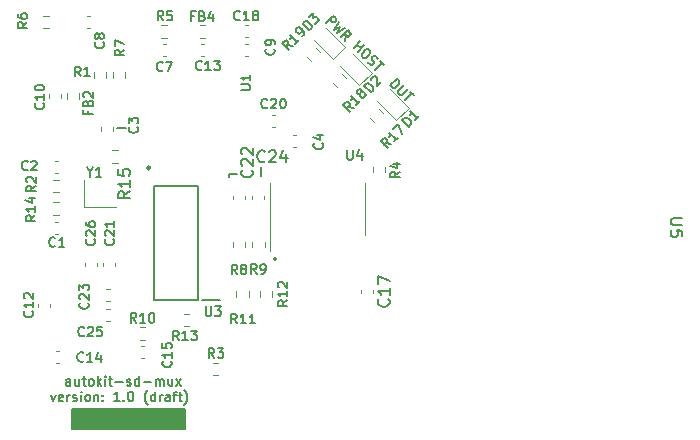
<source format=gbr>
%TF.GenerationSoftware,KiCad,Pcbnew,6.0.5-a6ca702e91~116~ubuntu20.04.1*%
%TF.CreationDate,2022-07-26T15:57:37+01:00*%
%TF.ProjectId,sd-mux,73642d6d-7578-42e6-9b69-6361645f7063,rev?*%
%TF.SameCoordinates,Original*%
%TF.FileFunction,Legend,Top*%
%TF.FilePolarity,Positive*%
%FSLAX46Y46*%
G04 Gerber Fmt 4.6, Leading zero omitted, Abs format (unit mm)*
G04 Created by KiCad (PCBNEW 6.0.5-a6ca702e91~116~ubuntu20.04.1) date 2022-07-26 15:57:37*
%MOMM*%
%LPD*%
G01*
G04 APERTURE LIST*
%ADD10C,0.150000*%
%ADD11C,0.120000*%
%ADD12C,0.200000*%
%ADD13C,0.250000*%
G04 APERTURE END LIST*
D10*
X192675000Y-100700000D02*
X193325000Y-100700000D01*
X192675000Y-100950000D02*
X192675000Y-100700000D01*
X195400000Y-100900000D02*
X195400000Y-100075000D01*
X183175000Y-96775000D02*
X183900000Y-96775000D01*
X200902220Y-87870428D02*
X201474977Y-87297672D01*
X201693169Y-87515865D01*
X201720444Y-87597687D01*
X201720444Y-87652235D01*
X201693169Y-87734058D01*
X201611347Y-87815880D01*
X201529525Y-87843154D01*
X201474977Y-87843154D01*
X201393154Y-87815880D01*
X201174961Y-87597687D01*
X201993185Y-87815880D02*
X201556799Y-88525007D01*
X202075007Y-88224992D01*
X201774992Y-88743200D01*
X202484119Y-88306814D01*
X202456845Y-89425053D02*
X202538667Y-88961393D01*
X202129555Y-89097764D02*
X202702312Y-88525007D01*
X202920505Y-88743200D01*
X202947779Y-88825022D01*
X202947779Y-88879571D01*
X202920505Y-88961393D01*
X202838682Y-89043215D01*
X202756860Y-89070490D01*
X202702312Y-89070490D01*
X202620490Y-89043215D01*
X202402297Y-88825022D01*
X203211301Y-90029509D02*
X203784058Y-89456753D01*
X203511317Y-89729494D02*
X203838606Y-90056784D01*
X203538591Y-90356799D02*
X204111347Y-89784042D01*
X204493185Y-90165880D02*
X204602281Y-90274977D01*
X204629555Y-90356799D01*
X204629555Y-90465895D01*
X204547733Y-90602266D01*
X204356814Y-90793185D01*
X204220444Y-90875007D01*
X204111347Y-90875007D01*
X204029525Y-90847733D01*
X203920428Y-90738637D01*
X203893154Y-90656814D01*
X203893154Y-90547718D01*
X203974977Y-90411347D01*
X204165895Y-90220428D01*
X204302266Y-90138606D01*
X204411362Y-90138606D01*
X204493185Y-90165880D01*
X204411362Y-91175022D02*
X204465911Y-91284119D01*
X204602281Y-91420490D01*
X204684104Y-91447764D01*
X204738652Y-91447764D01*
X204820474Y-91420490D01*
X204875022Y-91365941D01*
X204902297Y-91284119D01*
X204902297Y-91229571D01*
X204875022Y-91147748D01*
X204793200Y-91011378D01*
X204765926Y-90929555D01*
X204765926Y-90875007D01*
X204793200Y-90793185D01*
X204847748Y-90738637D01*
X204929571Y-90711362D01*
X204984119Y-90711362D01*
X205065941Y-90738637D01*
X205202312Y-90875007D01*
X205256860Y-90984104D01*
X205447779Y-91120474D02*
X205775068Y-91447764D01*
X205038667Y-91856875D02*
X205611424Y-91284119D01*
X206322679Y-93190888D02*
X206895436Y-92618131D01*
X207031807Y-92754502D01*
X207086355Y-92863598D01*
X207086355Y-92972695D01*
X207059081Y-93054517D01*
X206977258Y-93190888D01*
X206895436Y-93272710D01*
X206759065Y-93354532D01*
X206677243Y-93381807D01*
X206568147Y-93381807D01*
X206459050Y-93327258D01*
X206322679Y-93190888D01*
X207468192Y-93190888D02*
X207004532Y-93654548D01*
X206977258Y-93736370D01*
X206977258Y-93790918D01*
X207004532Y-93872741D01*
X207113629Y-93981837D01*
X207195451Y-94009111D01*
X207250000Y-94009111D01*
X207331822Y-93981837D01*
X207795482Y-93518177D01*
X207986401Y-93709096D02*
X208313690Y-94036385D01*
X207577289Y-94445497D02*
X208150045Y-93872741D01*
X188900000Y-122250000D02*
X179400000Y-122250000D01*
X179400000Y-122250000D02*
X179400000Y-120600000D01*
X179400000Y-120600000D02*
X188900000Y-120600000D01*
X188900000Y-120600000D02*
X188900000Y-122250000D01*
G36*
X188900000Y-122250000D02*
G01*
X179400000Y-122250000D01*
X179400000Y-120600000D01*
X188900000Y-120600000D01*
X188900000Y-122250000D01*
G37*
X179225714Y-118614378D02*
X179225714Y-118190092D01*
X179187142Y-118112950D01*
X179110000Y-118074378D01*
X178955714Y-118074378D01*
X178878571Y-118112950D01*
X179225714Y-118575807D02*
X179148571Y-118614378D01*
X178955714Y-118614378D01*
X178878571Y-118575807D01*
X178840000Y-118498664D01*
X178840000Y-118421521D01*
X178878571Y-118344378D01*
X178955714Y-118305807D01*
X179148571Y-118305807D01*
X179225714Y-118267235D01*
X179958571Y-118074378D02*
X179958571Y-118614378D01*
X179611428Y-118074378D02*
X179611428Y-118498664D01*
X179650000Y-118575807D01*
X179727142Y-118614378D01*
X179842857Y-118614378D01*
X179920000Y-118575807D01*
X179958571Y-118537235D01*
X180228571Y-118074378D02*
X180537142Y-118074378D01*
X180344285Y-117804378D02*
X180344285Y-118498664D01*
X180382857Y-118575807D01*
X180460000Y-118614378D01*
X180537142Y-118614378D01*
X180922857Y-118614378D02*
X180845714Y-118575807D01*
X180807142Y-118537235D01*
X180768571Y-118460092D01*
X180768571Y-118228664D01*
X180807142Y-118151521D01*
X180845714Y-118112950D01*
X180922857Y-118074378D01*
X181038571Y-118074378D01*
X181115714Y-118112950D01*
X181154285Y-118151521D01*
X181192857Y-118228664D01*
X181192857Y-118460092D01*
X181154285Y-118537235D01*
X181115714Y-118575807D01*
X181038571Y-118614378D01*
X180922857Y-118614378D01*
X181540000Y-118614378D02*
X181540000Y-117804378D01*
X181617142Y-118305807D02*
X181848571Y-118614378D01*
X181848571Y-118074378D02*
X181540000Y-118382950D01*
X182195714Y-118614378D02*
X182195714Y-118074378D01*
X182195714Y-117804378D02*
X182157142Y-117842950D01*
X182195714Y-117881521D01*
X182234285Y-117842950D01*
X182195714Y-117804378D01*
X182195714Y-117881521D01*
X182465714Y-118074378D02*
X182774285Y-118074378D01*
X182581428Y-117804378D02*
X182581428Y-118498664D01*
X182620000Y-118575807D01*
X182697142Y-118614378D01*
X182774285Y-118614378D01*
X183044285Y-118305807D02*
X183661428Y-118305807D01*
X184008571Y-118575807D02*
X184085714Y-118614378D01*
X184240000Y-118614378D01*
X184317142Y-118575807D01*
X184355714Y-118498664D01*
X184355714Y-118460092D01*
X184317142Y-118382950D01*
X184240000Y-118344378D01*
X184124285Y-118344378D01*
X184047142Y-118305807D01*
X184008571Y-118228664D01*
X184008571Y-118190092D01*
X184047142Y-118112950D01*
X184124285Y-118074378D01*
X184240000Y-118074378D01*
X184317142Y-118112950D01*
X185050000Y-118614378D02*
X185050000Y-117804378D01*
X185050000Y-118575807D02*
X184972857Y-118614378D01*
X184818571Y-118614378D01*
X184741428Y-118575807D01*
X184702857Y-118537235D01*
X184664285Y-118460092D01*
X184664285Y-118228664D01*
X184702857Y-118151521D01*
X184741428Y-118112950D01*
X184818571Y-118074378D01*
X184972857Y-118074378D01*
X185050000Y-118112950D01*
X185435714Y-118305807D02*
X186052857Y-118305807D01*
X186438571Y-118614378D02*
X186438571Y-118074378D01*
X186438571Y-118151521D02*
X186477142Y-118112950D01*
X186554285Y-118074378D01*
X186670000Y-118074378D01*
X186747142Y-118112950D01*
X186785714Y-118190092D01*
X186785714Y-118614378D01*
X186785714Y-118190092D02*
X186824285Y-118112950D01*
X186901428Y-118074378D01*
X187017142Y-118074378D01*
X187094285Y-118112950D01*
X187132857Y-118190092D01*
X187132857Y-118614378D01*
X187865714Y-118074378D02*
X187865714Y-118614378D01*
X187518571Y-118074378D02*
X187518571Y-118498664D01*
X187557142Y-118575807D01*
X187634285Y-118614378D01*
X187750000Y-118614378D01*
X187827142Y-118575807D01*
X187865714Y-118537235D01*
X188174285Y-118614378D02*
X188598571Y-118074378D01*
X188174285Y-118074378D02*
X188598571Y-118614378D01*
X177586428Y-119378478D02*
X177779285Y-119918478D01*
X177972142Y-119378478D01*
X178589285Y-119879907D02*
X178512142Y-119918478D01*
X178357857Y-119918478D01*
X178280714Y-119879907D01*
X178242142Y-119802764D01*
X178242142Y-119494192D01*
X178280714Y-119417050D01*
X178357857Y-119378478D01*
X178512142Y-119378478D01*
X178589285Y-119417050D01*
X178627857Y-119494192D01*
X178627857Y-119571335D01*
X178242142Y-119648478D01*
X178975000Y-119918478D02*
X178975000Y-119378478D01*
X178975000Y-119532764D02*
X179013571Y-119455621D01*
X179052142Y-119417050D01*
X179129285Y-119378478D01*
X179206428Y-119378478D01*
X179437857Y-119879907D02*
X179515000Y-119918478D01*
X179669285Y-119918478D01*
X179746428Y-119879907D01*
X179785000Y-119802764D01*
X179785000Y-119764192D01*
X179746428Y-119687050D01*
X179669285Y-119648478D01*
X179553571Y-119648478D01*
X179476428Y-119609907D01*
X179437857Y-119532764D01*
X179437857Y-119494192D01*
X179476428Y-119417050D01*
X179553571Y-119378478D01*
X179669285Y-119378478D01*
X179746428Y-119417050D01*
X180132142Y-119918478D02*
X180132142Y-119378478D01*
X180132142Y-119108478D02*
X180093571Y-119147050D01*
X180132142Y-119185621D01*
X180170714Y-119147050D01*
X180132142Y-119108478D01*
X180132142Y-119185621D01*
X180633571Y-119918478D02*
X180556428Y-119879907D01*
X180517857Y-119841335D01*
X180479285Y-119764192D01*
X180479285Y-119532764D01*
X180517857Y-119455621D01*
X180556428Y-119417050D01*
X180633571Y-119378478D01*
X180749285Y-119378478D01*
X180826428Y-119417050D01*
X180865000Y-119455621D01*
X180903571Y-119532764D01*
X180903571Y-119764192D01*
X180865000Y-119841335D01*
X180826428Y-119879907D01*
X180749285Y-119918478D01*
X180633571Y-119918478D01*
X181250714Y-119378478D02*
X181250714Y-119918478D01*
X181250714Y-119455621D02*
X181289285Y-119417050D01*
X181366428Y-119378478D01*
X181482142Y-119378478D01*
X181559285Y-119417050D01*
X181597857Y-119494192D01*
X181597857Y-119918478D01*
X181983571Y-119841335D02*
X182022142Y-119879907D01*
X181983571Y-119918478D01*
X181945000Y-119879907D01*
X181983571Y-119841335D01*
X181983571Y-119918478D01*
X181983571Y-119417050D02*
X182022142Y-119455621D01*
X181983571Y-119494192D01*
X181945000Y-119455621D01*
X181983571Y-119417050D01*
X181983571Y-119494192D01*
X183410714Y-119918478D02*
X182947857Y-119918478D01*
X183179285Y-119918478D02*
X183179285Y-119108478D01*
X183102142Y-119224192D01*
X183025000Y-119301335D01*
X182947857Y-119339907D01*
X183757857Y-119841335D02*
X183796428Y-119879907D01*
X183757857Y-119918478D01*
X183719285Y-119879907D01*
X183757857Y-119841335D01*
X183757857Y-119918478D01*
X184297857Y-119108478D02*
X184375000Y-119108478D01*
X184452142Y-119147050D01*
X184490714Y-119185621D01*
X184529285Y-119262764D01*
X184567857Y-119417050D01*
X184567857Y-119609907D01*
X184529285Y-119764192D01*
X184490714Y-119841335D01*
X184452142Y-119879907D01*
X184375000Y-119918478D01*
X184297857Y-119918478D01*
X184220714Y-119879907D01*
X184182142Y-119841335D01*
X184143571Y-119764192D01*
X184105000Y-119609907D01*
X184105000Y-119417050D01*
X184143571Y-119262764D01*
X184182142Y-119185621D01*
X184220714Y-119147050D01*
X184297857Y-119108478D01*
X185763571Y-120227050D02*
X185725000Y-120188478D01*
X185647857Y-120072764D01*
X185609285Y-119995621D01*
X185570714Y-119879907D01*
X185532142Y-119687050D01*
X185532142Y-119532764D01*
X185570714Y-119339907D01*
X185609285Y-119224192D01*
X185647857Y-119147050D01*
X185725000Y-119031335D01*
X185763571Y-118992764D01*
X186419285Y-119918478D02*
X186419285Y-119108478D01*
X186419285Y-119879907D02*
X186342142Y-119918478D01*
X186187857Y-119918478D01*
X186110714Y-119879907D01*
X186072142Y-119841335D01*
X186033571Y-119764192D01*
X186033571Y-119532764D01*
X186072142Y-119455621D01*
X186110714Y-119417050D01*
X186187857Y-119378478D01*
X186342142Y-119378478D01*
X186419285Y-119417050D01*
X186805000Y-119918478D02*
X186805000Y-119378478D01*
X186805000Y-119532764D02*
X186843571Y-119455621D01*
X186882142Y-119417050D01*
X186959285Y-119378478D01*
X187036428Y-119378478D01*
X187653571Y-119918478D02*
X187653571Y-119494192D01*
X187615000Y-119417050D01*
X187537857Y-119378478D01*
X187383571Y-119378478D01*
X187306428Y-119417050D01*
X187653571Y-119879907D02*
X187576428Y-119918478D01*
X187383571Y-119918478D01*
X187306428Y-119879907D01*
X187267857Y-119802764D01*
X187267857Y-119725621D01*
X187306428Y-119648478D01*
X187383571Y-119609907D01*
X187576428Y-119609907D01*
X187653571Y-119571335D01*
X187923571Y-119378478D02*
X188232142Y-119378478D01*
X188039285Y-119918478D02*
X188039285Y-119224192D01*
X188077857Y-119147050D01*
X188155000Y-119108478D01*
X188232142Y-119108478D01*
X188386428Y-119378478D02*
X188695000Y-119378478D01*
X188502142Y-119108478D02*
X188502142Y-119802764D01*
X188540714Y-119879907D01*
X188617857Y-119918478D01*
X188695000Y-119918478D01*
X188887857Y-120227050D02*
X188926428Y-120188478D01*
X189003571Y-120072764D01*
X189042142Y-119995621D01*
X189080714Y-119879907D01*
X189119285Y-119687050D01*
X189119285Y-119532764D01*
X189080714Y-119339907D01*
X189042142Y-119224192D01*
X189003571Y-119147050D01*
X188926428Y-119031335D01*
X188887857Y-118992764D01*
%TO.C,Y1*%
X180889285Y-100530714D02*
X180889285Y-100916428D01*
X180619285Y-100106428D02*
X180889285Y-100530714D01*
X181159285Y-100106428D01*
X181853571Y-100916428D02*
X181390714Y-100916428D01*
X181622142Y-100916428D02*
X181622142Y-100106428D01*
X181545000Y-100222142D01*
X181467857Y-100299285D01*
X181390714Y-100337857D01*
%TO.C,D1*%
X207886355Y-96681852D02*
X207313598Y-96109096D01*
X207449969Y-95972725D01*
X207559065Y-95918177D01*
X207668162Y-95918177D01*
X207749984Y-95945451D01*
X207886355Y-96027274D01*
X207968177Y-96109096D01*
X208050000Y-96245467D01*
X208077274Y-96327289D01*
X208077274Y-96436385D01*
X208022725Y-96545482D01*
X207886355Y-96681852D01*
X208759127Y-95809081D02*
X208431837Y-96136370D01*
X208595482Y-95972725D02*
X208022725Y-95399969D01*
X208050000Y-95536339D01*
X208050000Y-95645436D01*
X208022725Y-95727258D01*
%TO.C,D2*%
X204686355Y-93781852D02*
X204113598Y-93209096D01*
X204249969Y-93072725D01*
X204359065Y-93018177D01*
X204468162Y-93018177D01*
X204549984Y-93045451D01*
X204686355Y-93127274D01*
X204768177Y-93209096D01*
X204850000Y-93345467D01*
X204877274Y-93427289D01*
X204877274Y-93536385D01*
X204822725Y-93645482D01*
X204686355Y-93781852D01*
X204713629Y-92718162D02*
X204713629Y-92663614D01*
X204740903Y-92581791D01*
X204877274Y-92445421D01*
X204959096Y-92418147D01*
X205013644Y-92418147D01*
X205095467Y-92445421D01*
X205150015Y-92499969D01*
X205204563Y-92609065D01*
X205204563Y-93263644D01*
X205559127Y-92909081D01*
%TO.C,D3*%
X199461355Y-88527734D02*
X198888598Y-87954978D01*
X199024969Y-87818607D01*
X199134065Y-87764059D01*
X199243162Y-87764059D01*
X199324984Y-87791333D01*
X199461355Y-87873156D01*
X199543177Y-87954978D01*
X199625000Y-88091349D01*
X199652274Y-88173171D01*
X199652274Y-88282267D01*
X199597725Y-88391364D01*
X199461355Y-88527734D01*
X199406807Y-87436770D02*
X199761370Y-87082206D01*
X199788644Y-87491318D01*
X199870467Y-87409496D01*
X199952289Y-87382221D01*
X200006837Y-87382221D01*
X200088660Y-87409496D01*
X200225030Y-87545866D01*
X200252304Y-87627689D01*
X200252304Y-87682237D01*
X200225030Y-87764059D01*
X200061385Y-87927704D01*
X199979563Y-87954978D01*
X199925015Y-87954978D01*
%TO.C,R4*%
X207116428Y-100510000D02*
X206730714Y-100780000D01*
X207116428Y-100972857D02*
X206306428Y-100972857D01*
X206306428Y-100664285D01*
X206345000Y-100587142D01*
X206383571Y-100548571D01*
X206460714Y-100510000D01*
X206576428Y-100510000D01*
X206653571Y-100548571D01*
X206692142Y-100587142D01*
X206730714Y-100664285D01*
X206730714Y-100972857D01*
X206576428Y-99815714D02*
X207116428Y-99815714D01*
X206267857Y-100008571D02*
X206846428Y-100201428D01*
X206846428Y-99700000D01*
%TO.C,R11*%
X193329285Y-113341428D02*
X193059285Y-112955714D01*
X192866428Y-113341428D02*
X192866428Y-112531428D01*
X193175000Y-112531428D01*
X193252142Y-112570000D01*
X193290714Y-112608571D01*
X193329285Y-112685714D01*
X193329285Y-112801428D01*
X193290714Y-112878571D01*
X193252142Y-112917142D01*
X193175000Y-112955714D01*
X192866428Y-112955714D01*
X194100714Y-113341428D02*
X193637857Y-113341428D01*
X193869285Y-113341428D02*
X193869285Y-112531428D01*
X193792142Y-112647142D01*
X193715000Y-112724285D01*
X193637857Y-112762857D01*
X194872142Y-113341428D02*
X194409285Y-113341428D01*
X194640714Y-113341428D02*
X194640714Y-112531428D01*
X194563571Y-112647142D01*
X194486428Y-112724285D01*
X194409285Y-112762857D01*
%TO.C,R13*%
X188404285Y-114766428D02*
X188134285Y-114380714D01*
X187941428Y-114766428D02*
X187941428Y-113956428D01*
X188250000Y-113956428D01*
X188327142Y-113995000D01*
X188365714Y-114033571D01*
X188404285Y-114110714D01*
X188404285Y-114226428D01*
X188365714Y-114303571D01*
X188327142Y-114342142D01*
X188250000Y-114380714D01*
X187941428Y-114380714D01*
X189175714Y-114766428D02*
X188712857Y-114766428D01*
X188944285Y-114766428D02*
X188944285Y-113956428D01*
X188867142Y-114072142D01*
X188790000Y-114149285D01*
X188712857Y-114187857D01*
X189445714Y-113956428D02*
X189947142Y-113956428D01*
X189677142Y-114265000D01*
X189792857Y-114265000D01*
X189870000Y-114303571D01*
X189908571Y-114342142D01*
X189947142Y-114419285D01*
X189947142Y-114612142D01*
X189908571Y-114689285D01*
X189870000Y-114727857D01*
X189792857Y-114766428D01*
X189561428Y-114766428D01*
X189484285Y-114727857D01*
X189445714Y-114689285D01*
%TO.C,R12*%
X197596428Y-111370714D02*
X197210714Y-111640714D01*
X197596428Y-111833571D02*
X196786428Y-111833571D01*
X196786428Y-111525000D01*
X196825000Y-111447857D01*
X196863571Y-111409285D01*
X196940714Y-111370714D01*
X197056428Y-111370714D01*
X197133571Y-111409285D01*
X197172142Y-111447857D01*
X197210714Y-111525000D01*
X197210714Y-111833571D01*
X197596428Y-110599285D02*
X197596428Y-111062142D01*
X197596428Y-110830714D02*
X196786428Y-110830714D01*
X196902142Y-110907857D01*
X196979285Y-110985000D01*
X197017857Y-111062142D01*
X196863571Y-110290714D02*
X196825000Y-110252142D01*
X196786428Y-110175000D01*
X196786428Y-109982142D01*
X196825000Y-109905000D01*
X196863571Y-109866428D01*
X196940714Y-109827857D01*
X197017857Y-109827857D01*
X197133571Y-109866428D01*
X197596428Y-110329285D01*
X197596428Y-109827857D01*
%TO.C,R14*%
X176266428Y-104195714D02*
X175880714Y-104465714D01*
X176266428Y-104658571D02*
X175456428Y-104658571D01*
X175456428Y-104350000D01*
X175495000Y-104272857D01*
X175533571Y-104234285D01*
X175610714Y-104195714D01*
X175726428Y-104195714D01*
X175803571Y-104234285D01*
X175842142Y-104272857D01*
X175880714Y-104350000D01*
X175880714Y-104658571D01*
X176266428Y-103424285D02*
X176266428Y-103887142D01*
X176266428Y-103655714D02*
X175456428Y-103655714D01*
X175572142Y-103732857D01*
X175649285Y-103810000D01*
X175687857Y-103887142D01*
X175726428Y-102730000D02*
X176266428Y-102730000D01*
X175417857Y-102922857D02*
X175996428Y-103115714D01*
X175996428Y-102614285D01*
%TO.C,R19*%
X198046880Y-89866123D02*
X197583220Y-89784301D01*
X197719591Y-90193413D02*
X197146834Y-89620656D01*
X197365027Y-89402463D01*
X197446849Y-89375189D01*
X197501398Y-89375189D01*
X197583220Y-89402463D01*
X197665042Y-89484286D01*
X197692316Y-89566108D01*
X197692316Y-89620656D01*
X197665042Y-89702479D01*
X197446849Y-89920671D01*
X198592362Y-89320641D02*
X198265073Y-89647930D01*
X198428718Y-89484286D02*
X197855961Y-88911529D01*
X197883235Y-89047900D01*
X197883235Y-89156996D01*
X197855961Y-89238819D01*
X198865104Y-89047900D02*
X198974200Y-88938803D01*
X199001474Y-88856981D01*
X199001474Y-88802433D01*
X198974200Y-88666062D01*
X198892378Y-88529691D01*
X198674185Y-88311498D01*
X198592362Y-88284224D01*
X198537814Y-88284224D01*
X198455992Y-88311498D01*
X198346895Y-88420595D01*
X198319621Y-88502417D01*
X198319621Y-88556966D01*
X198346895Y-88638788D01*
X198483266Y-88775158D01*
X198565088Y-88802433D01*
X198619637Y-88802433D01*
X198701459Y-88775158D01*
X198810555Y-88666062D01*
X198837829Y-88584240D01*
X198837829Y-88529691D01*
X198810555Y-88447869D01*
%TO.C,R5*%
X187090000Y-87691428D02*
X186820000Y-87305714D01*
X186627142Y-87691428D02*
X186627142Y-86881428D01*
X186935714Y-86881428D01*
X187012857Y-86920000D01*
X187051428Y-86958571D01*
X187090000Y-87035714D01*
X187090000Y-87151428D01*
X187051428Y-87228571D01*
X187012857Y-87267142D01*
X186935714Y-87305714D01*
X186627142Y-87305714D01*
X187822857Y-86881428D02*
X187437142Y-86881428D01*
X187398571Y-87267142D01*
X187437142Y-87228571D01*
X187514285Y-87190000D01*
X187707142Y-87190000D01*
X187784285Y-87228571D01*
X187822857Y-87267142D01*
X187861428Y-87344285D01*
X187861428Y-87537142D01*
X187822857Y-87614285D01*
X187784285Y-87652857D01*
X187707142Y-87691428D01*
X187514285Y-87691428D01*
X187437142Y-87652857D01*
X187398571Y-87614285D01*
%TO.C,R6*%
X175566428Y-87860000D02*
X175180714Y-88130000D01*
X175566428Y-88322857D02*
X174756428Y-88322857D01*
X174756428Y-88014285D01*
X174795000Y-87937142D01*
X174833571Y-87898571D01*
X174910714Y-87860000D01*
X175026428Y-87860000D01*
X175103571Y-87898571D01*
X175142142Y-87937142D01*
X175180714Y-88014285D01*
X175180714Y-88322857D01*
X174756428Y-87165714D02*
X174756428Y-87320000D01*
X174795000Y-87397142D01*
X174833571Y-87435714D01*
X174949285Y-87512857D01*
X175103571Y-87551428D01*
X175412142Y-87551428D01*
X175489285Y-87512857D01*
X175527857Y-87474285D01*
X175566428Y-87397142D01*
X175566428Y-87242857D01*
X175527857Y-87165714D01*
X175489285Y-87127142D01*
X175412142Y-87088571D01*
X175219285Y-87088571D01*
X175142142Y-87127142D01*
X175103571Y-87165714D01*
X175065000Y-87242857D01*
X175065000Y-87397142D01*
X175103571Y-87474285D01*
X175142142Y-87512857D01*
X175219285Y-87551428D01*
%TO.C,R17*%
X206415903Y-98152304D02*
X205952243Y-98070482D01*
X206088614Y-98479594D02*
X205515857Y-97906837D01*
X205734050Y-97688644D01*
X205815872Y-97661370D01*
X205870421Y-97661370D01*
X205952243Y-97688644D01*
X206034065Y-97770467D01*
X206061339Y-97852289D01*
X206061339Y-97906837D01*
X206034065Y-97988660D01*
X205815872Y-98206852D01*
X206961385Y-97606822D02*
X206634096Y-97934111D01*
X206797741Y-97770467D02*
X206224984Y-97197710D01*
X206252258Y-97334081D01*
X206252258Y-97443177D01*
X206224984Y-97525000D01*
X206579548Y-96843147D02*
X206961385Y-96461309D01*
X207288675Y-97279532D01*
%TO.C,R3*%
X191415000Y-116241428D02*
X191145000Y-115855714D01*
X190952142Y-116241428D02*
X190952142Y-115431428D01*
X191260714Y-115431428D01*
X191337857Y-115470000D01*
X191376428Y-115508571D01*
X191415000Y-115585714D01*
X191415000Y-115701428D01*
X191376428Y-115778571D01*
X191337857Y-115817142D01*
X191260714Y-115855714D01*
X190952142Y-115855714D01*
X191685000Y-115431428D02*
X192186428Y-115431428D01*
X191916428Y-115740000D01*
X192032142Y-115740000D01*
X192109285Y-115778571D01*
X192147857Y-115817142D01*
X192186428Y-115894285D01*
X192186428Y-116087142D01*
X192147857Y-116164285D01*
X192109285Y-116202857D01*
X192032142Y-116241428D01*
X191800714Y-116241428D01*
X191723571Y-116202857D01*
X191685000Y-116164285D01*
%TO.C,R15*%
X184277380Y-102167857D02*
X183801190Y-102501190D01*
X184277380Y-102739285D02*
X183277380Y-102739285D01*
X183277380Y-102358333D01*
X183325000Y-102263095D01*
X183372619Y-102215476D01*
X183467857Y-102167857D01*
X183610714Y-102167857D01*
X183705952Y-102215476D01*
X183753571Y-102263095D01*
X183801190Y-102358333D01*
X183801190Y-102739285D01*
X184277380Y-101215476D02*
X184277380Y-101786904D01*
X184277380Y-101501190D02*
X183277380Y-101501190D01*
X183420238Y-101596428D01*
X183515476Y-101691666D01*
X183563095Y-101786904D01*
X183277380Y-100310714D02*
X183277380Y-100786904D01*
X183753571Y-100834523D01*
X183705952Y-100786904D01*
X183658333Y-100691666D01*
X183658333Y-100453571D01*
X183705952Y-100358333D01*
X183753571Y-100310714D01*
X183848809Y-100263095D01*
X184086904Y-100263095D01*
X184182142Y-100310714D01*
X184229761Y-100358333D01*
X184277380Y-100453571D01*
X184277380Y-100691666D01*
X184229761Y-100786904D01*
X184182142Y-100834523D01*
%TO.C,R7*%
X183791428Y-90160000D02*
X183405714Y-90430000D01*
X183791428Y-90622857D02*
X182981428Y-90622857D01*
X182981428Y-90314285D01*
X183020000Y-90237142D01*
X183058571Y-90198571D01*
X183135714Y-90160000D01*
X183251428Y-90160000D01*
X183328571Y-90198571D01*
X183367142Y-90237142D01*
X183405714Y-90314285D01*
X183405714Y-90622857D01*
X182981428Y-89890000D02*
X182981428Y-89350000D01*
X183791428Y-89697142D01*
%TO.C,FB2*%
X180717142Y-95375000D02*
X180717142Y-95645000D01*
X181141428Y-95645000D02*
X180331428Y-95645000D01*
X180331428Y-95259285D01*
X180717142Y-94680714D02*
X180755714Y-94565000D01*
X180794285Y-94526428D01*
X180871428Y-94487857D01*
X180987142Y-94487857D01*
X181064285Y-94526428D01*
X181102857Y-94565000D01*
X181141428Y-94642142D01*
X181141428Y-94950714D01*
X180331428Y-94950714D01*
X180331428Y-94680714D01*
X180370000Y-94603571D01*
X180408571Y-94565000D01*
X180485714Y-94526428D01*
X180562857Y-94526428D01*
X180640000Y-94565000D01*
X180678571Y-94603571D01*
X180717142Y-94680714D01*
X180717142Y-94950714D01*
X180408571Y-94179285D02*
X180370000Y-94140714D01*
X180331428Y-94063571D01*
X180331428Y-93870714D01*
X180370000Y-93793571D01*
X180408571Y-93755000D01*
X180485714Y-93716428D01*
X180562857Y-93716428D01*
X180678571Y-93755000D01*
X181141428Y-94217857D01*
X181141428Y-93716428D01*
%TO.C,FB4*%
X189725000Y-87292142D02*
X189455000Y-87292142D01*
X189455000Y-87716428D02*
X189455000Y-86906428D01*
X189840714Y-86906428D01*
X190419285Y-87292142D02*
X190535000Y-87330714D01*
X190573571Y-87369285D01*
X190612142Y-87446428D01*
X190612142Y-87562142D01*
X190573571Y-87639285D01*
X190535000Y-87677857D01*
X190457857Y-87716428D01*
X190149285Y-87716428D01*
X190149285Y-86906428D01*
X190419285Y-86906428D01*
X190496428Y-86945000D01*
X190535000Y-86983571D01*
X190573571Y-87060714D01*
X190573571Y-87137857D01*
X190535000Y-87215000D01*
X190496428Y-87253571D01*
X190419285Y-87292142D01*
X190149285Y-87292142D01*
X191306428Y-87176428D02*
X191306428Y-87716428D01*
X191113571Y-86867857D02*
X190920714Y-87446428D01*
X191422142Y-87446428D01*
%TO.C,R9*%
X194990000Y-109141428D02*
X194720000Y-108755714D01*
X194527142Y-109141428D02*
X194527142Y-108331428D01*
X194835714Y-108331428D01*
X194912857Y-108370000D01*
X194951428Y-108408571D01*
X194990000Y-108485714D01*
X194990000Y-108601428D01*
X194951428Y-108678571D01*
X194912857Y-108717142D01*
X194835714Y-108755714D01*
X194527142Y-108755714D01*
X195375714Y-109141428D02*
X195530000Y-109141428D01*
X195607142Y-109102857D01*
X195645714Y-109064285D01*
X195722857Y-108948571D01*
X195761428Y-108794285D01*
X195761428Y-108485714D01*
X195722857Y-108408571D01*
X195684285Y-108370000D01*
X195607142Y-108331428D01*
X195452857Y-108331428D01*
X195375714Y-108370000D01*
X195337142Y-108408571D01*
X195298571Y-108485714D01*
X195298571Y-108678571D01*
X195337142Y-108755714D01*
X195375714Y-108794285D01*
X195452857Y-108832857D01*
X195607142Y-108832857D01*
X195684285Y-108794285D01*
X195722857Y-108755714D01*
X195761428Y-108678571D01*
%TO.C,R8*%
X193340000Y-109166428D02*
X193070000Y-108780714D01*
X192877142Y-109166428D02*
X192877142Y-108356428D01*
X193185714Y-108356428D01*
X193262857Y-108395000D01*
X193301428Y-108433571D01*
X193340000Y-108510714D01*
X193340000Y-108626428D01*
X193301428Y-108703571D01*
X193262857Y-108742142D01*
X193185714Y-108780714D01*
X192877142Y-108780714D01*
X193802857Y-108703571D02*
X193725714Y-108665000D01*
X193687142Y-108626428D01*
X193648571Y-108549285D01*
X193648571Y-108510714D01*
X193687142Y-108433571D01*
X193725714Y-108395000D01*
X193802857Y-108356428D01*
X193957142Y-108356428D01*
X194034285Y-108395000D01*
X194072857Y-108433571D01*
X194111428Y-108510714D01*
X194111428Y-108549285D01*
X194072857Y-108626428D01*
X194034285Y-108665000D01*
X193957142Y-108703571D01*
X193802857Y-108703571D01*
X193725714Y-108742142D01*
X193687142Y-108780714D01*
X193648571Y-108857857D01*
X193648571Y-109012142D01*
X193687142Y-109089285D01*
X193725714Y-109127857D01*
X193802857Y-109166428D01*
X193957142Y-109166428D01*
X194034285Y-109127857D01*
X194072857Y-109089285D01*
X194111428Y-109012142D01*
X194111428Y-108857857D01*
X194072857Y-108780714D01*
X194034285Y-108742142D01*
X193957142Y-108703571D01*
%TO.C,R10*%
X184804285Y-113266428D02*
X184534285Y-112880714D01*
X184341428Y-113266428D02*
X184341428Y-112456428D01*
X184650000Y-112456428D01*
X184727142Y-112495000D01*
X184765714Y-112533571D01*
X184804285Y-112610714D01*
X184804285Y-112726428D01*
X184765714Y-112803571D01*
X184727142Y-112842142D01*
X184650000Y-112880714D01*
X184341428Y-112880714D01*
X185575714Y-113266428D02*
X185112857Y-113266428D01*
X185344285Y-113266428D02*
X185344285Y-112456428D01*
X185267142Y-112572142D01*
X185190000Y-112649285D01*
X185112857Y-112687857D01*
X186077142Y-112456428D02*
X186154285Y-112456428D01*
X186231428Y-112495000D01*
X186270000Y-112533571D01*
X186308571Y-112610714D01*
X186347142Y-112765000D01*
X186347142Y-112957857D01*
X186308571Y-113112142D01*
X186270000Y-113189285D01*
X186231428Y-113227857D01*
X186154285Y-113266428D01*
X186077142Y-113266428D01*
X186000000Y-113227857D01*
X185961428Y-113189285D01*
X185922857Y-113112142D01*
X185884285Y-112957857D01*
X185884285Y-112765000D01*
X185922857Y-112610714D01*
X185961428Y-112533571D01*
X186000000Y-112495000D01*
X186077142Y-112456428D01*
%TO.C,R2*%
X176316428Y-101685000D02*
X175930714Y-101955000D01*
X176316428Y-102147857D02*
X175506428Y-102147857D01*
X175506428Y-101839285D01*
X175545000Y-101762142D01*
X175583571Y-101723571D01*
X175660714Y-101685000D01*
X175776428Y-101685000D01*
X175853571Y-101723571D01*
X175892142Y-101762142D01*
X175930714Y-101839285D01*
X175930714Y-102147857D01*
X175583571Y-101376428D02*
X175545000Y-101337857D01*
X175506428Y-101260714D01*
X175506428Y-101067857D01*
X175545000Y-100990714D01*
X175583571Y-100952142D01*
X175660714Y-100913571D01*
X175737857Y-100913571D01*
X175853571Y-100952142D01*
X176316428Y-101415000D01*
X176316428Y-100913571D01*
%TO.C,R1*%
X180090000Y-92416428D02*
X179820000Y-92030714D01*
X179627142Y-92416428D02*
X179627142Y-91606428D01*
X179935714Y-91606428D01*
X180012857Y-91645000D01*
X180051428Y-91683571D01*
X180090000Y-91760714D01*
X180090000Y-91876428D01*
X180051428Y-91953571D01*
X180012857Y-91992142D01*
X179935714Y-92030714D01*
X179627142Y-92030714D01*
X180861428Y-92416428D02*
X180398571Y-92416428D01*
X180630000Y-92416428D02*
X180630000Y-91606428D01*
X180552857Y-91722142D01*
X180475714Y-91799285D01*
X180398571Y-91837857D01*
%TO.C,R18*%
X203215903Y-95077304D02*
X202752243Y-94995482D01*
X202888614Y-95404594D02*
X202315857Y-94831837D01*
X202534050Y-94613644D01*
X202615872Y-94586370D01*
X202670421Y-94586370D01*
X202752243Y-94613644D01*
X202834065Y-94695467D01*
X202861339Y-94777289D01*
X202861339Y-94831837D01*
X202834065Y-94913660D01*
X202615872Y-95131852D01*
X203761385Y-94531822D02*
X203434096Y-94859111D01*
X203597741Y-94695467D02*
X203024984Y-94122710D01*
X203052258Y-94259081D01*
X203052258Y-94368177D01*
X203024984Y-94450000D01*
X203761385Y-93877243D02*
X203679563Y-93904517D01*
X203625015Y-93904517D01*
X203543192Y-93877243D01*
X203515918Y-93849969D01*
X203488644Y-93768147D01*
X203488644Y-93713598D01*
X203515918Y-93631776D01*
X203625015Y-93522679D01*
X203706837Y-93495405D01*
X203761385Y-93495405D01*
X203843208Y-93522679D01*
X203870482Y-93549954D01*
X203897756Y-93631776D01*
X203897756Y-93686324D01*
X203870482Y-93768147D01*
X203761385Y-93877243D01*
X203734111Y-93959065D01*
X203734111Y-94013614D01*
X203761385Y-94095436D01*
X203870482Y-94204532D01*
X203952304Y-94231807D01*
X204006852Y-94231807D01*
X204088675Y-94204532D01*
X204197771Y-94095436D01*
X204225045Y-94013614D01*
X204225045Y-93959065D01*
X204197771Y-93877243D01*
X204088675Y-93768147D01*
X204006852Y-93740872D01*
X203952304Y-93740872D01*
X203870482Y-93768147D01*
%TO.C,C18*%
X193579285Y-87614285D02*
X193540714Y-87652857D01*
X193425000Y-87691428D01*
X193347857Y-87691428D01*
X193232142Y-87652857D01*
X193155000Y-87575714D01*
X193116428Y-87498571D01*
X193077857Y-87344285D01*
X193077857Y-87228571D01*
X193116428Y-87074285D01*
X193155000Y-86997142D01*
X193232142Y-86920000D01*
X193347857Y-86881428D01*
X193425000Y-86881428D01*
X193540714Y-86920000D01*
X193579285Y-86958571D01*
X194350714Y-87691428D02*
X193887857Y-87691428D01*
X194119285Y-87691428D02*
X194119285Y-86881428D01*
X194042142Y-86997142D01*
X193965000Y-87074285D01*
X193887857Y-87112857D01*
X194813571Y-87228571D02*
X194736428Y-87190000D01*
X194697857Y-87151428D01*
X194659285Y-87074285D01*
X194659285Y-87035714D01*
X194697857Y-86958571D01*
X194736428Y-86920000D01*
X194813571Y-86881428D01*
X194967857Y-86881428D01*
X195045000Y-86920000D01*
X195083571Y-86958571D01*
X195122142Y-87035714D01*
X195122142Y-87074285D01*
X195083571Y-87151428D01*
X195045000Y-87190000D01*
X194967857Y-87228571D01*
X194813571Y-87228571D01*
X194736428Y-87267142D01*
X194697857Y-87305714D01*
X194659285Y-87382857D01*
X194659285Y-87537142D01*
X194697857Y-87614285D01*
X194736428Y-87652857D01*
X194813571Y-87691428D01*
X194967857Y-87691428D01*
X195045000Y-87652857D01*
X195083571Y-87614285D01*
X195122142Y-87537142D01*
X195122142Y-87382857D01*
X195083571Y-87305714D01*
X195045000Y-87267142D01*
X194967857Y-87228571D01*
%TO.C,C4*%
X200539285Y-98085000D02*
X200577857Y-98123571D01*
X200616428Y-98239285D01*
X200616428Y-98316428D01*
X200577857Y-98432142D01*
X200500714Y-98509285D01*
X200423571Y-98547857D01*
X200269285Y-98586428D01*
X200153571Y-98586428D01*
X199999285Y-98547857D01*
X199922142Y-98509285D01*
X199845000Y-98432142D01*
X199806428Y-98316428D01*
X199806428Y-98239285D01*
X199845000Y-98123571D01*
X199883571Y-98085000D01*
X200076428Y-97390714D02*
X200616428Y-97390714D01*
X199767857Y-97583571D02*
X200346428Y-97776428D01*
X200346428Y-97275000D01*
%TO.C,C8*%
X182014285Y-89535000D02*
X182052857Y-89573571D01*
X182091428Y-89689285D01*
X182091428Y-89766428D01*
X182052857Y-89882142D01*
X181975714Y-89959285D01*
X181898571Y-89997857D01*
X181744285Y-90036428D01*
X181628571Y-90036428D01*
X181474285Y-89997857D01*
X181397142Y-89959285D01*
X181320000Y-89882142D01*
X181281428Y-89766428D01*
X181281428Y-89689285D01*
X181320000Y-89573571D01*
X181358571Y-89535000D01*
X181628571Y-89072142D02*
X181590000Y-89149285D01*
X181551428Y-89187857D01*
X181474285Y-89226428D01*
X181435714Y-89226428D01*
X181358571Y-89187857D01*
X181320000Y-89149285D01*
X181281428Y-89072142D01*
X181281428Y-88917857D01*
X181320000Y-88840714D01*
X181358571Y-88802142D01*
X181435714Y-88763571D01*
X181474285Y-88763571D01*
X181551428Y-88802142D01*
X181590000Y-88840714D01*
X181628571Y-88917857D01*
X181628571Y-89072142D01*
X181667142Y-89149285D01*
X181705714Y-89187857D01*
X181782857Y-89226428D01*
X181937142Y-89226428D01*
X182014285Y-89187857D01*
X182052857Y-89149285D01*
X182091428Y-89072142D01*
X182091428Y-88917857D01*
X182052857Y-88840714D01*
X182014285Y-88802142D01*
X181937142Y-88763571D01*
X181782857Y-88763571D01*
X181705714Y-88802142D01*
X181667142Y-88840714D01*
X181628571Y-88917857D01*
%TO.C,C20*%
X195904285Y-95059285D02*
X195865714Y-95097857D01*
X195750000Y-95136428D01*
X195672857Y-95136428D01*
X195557142Y-95097857D01*
X195480000Y-95020714D01*
X195441428Y-94943571D01*
X195402857Y-94789285D01*
X195402857Y-94673571D01*
X195441428Y-94519285D01*
X195480000Y-94442142D01*
X195557142Y-94365000D01*
X195672857Y-94326428D01*
X195750000Y-94326428D01*
X195865714Y-94365000D01*
X195904285Y-94403571D01*
X196212857Y-94403571D02*
X196251428Y-94365000D01*
X196328571Y-94326428D01*
X196521428Y-94326428D01*
X196598571Y-94365000D01*
X196637142Y-94403571D01*
X196675714Y-94480714D01*
X196675714Y-94557857D01*
X196637142Y-94673571D01*
X196174285Y-95136428D01*
X196675714Y-95136428D01*
X197177142Y-94326428D02*
X197254285Y-94326428D01*
X197331428Y-94365000D01*
X197370000Y-94403571D01*
X197408571Y-94480714D01*
X197447142Y-94635000D01*
X197447142Y-94827857D01*
X197408571Y-94982142D01*
X197370000Y-95059285D01*
X197331428Y-95097857D01*
X197254285Y-95136428D01*
X197177142Y-95136428D01*
X197100000Y-95097857D01*
X197061428Y-95059285D01*
X197022857Y-94982142D01*
X196984285Y-94827857D01*
X196984285Y-94635000D01*
X197022857Y-94480714D01*
X197061428Y-94403571D01*
X197100000Y-94365000D01*
X197177142Y-94326428D01*
%TO.C,C15*%
X187739285Y-116545714D02*
X187777857Y-116584285D01*
X187816428Y-116700000D01*
X187816428Y-116777142D01*
X187777857Y-116892857D01*
X187700714Y-116970000D01*
X187623571Y-117008571D01*
X187469285Y-117047142D01*
X187353571Y-117047142D01*
X187199285Y-117008571D01*
X187122142Y-116970000D01*
X187045000Y-116892857D01*
X187006428Y-116777142D01*
X187006428Y-116700000D01*
X187045000Y-116584285D01*
X187083571Y-116545714D01*
X187816428Y-115774285D02*
X187816428Y-116237142D01*
X187816428Y-116005714D02*
X187006428Y-116005714D01*
X187122142Y-116082857D01*
X187199285Y-116160000D01*
X187237857Y-116237142D01*
X187006428Y-115041428D02*
X187006428Y-115427142D01*
X187392142Y-115465714D01*
X187353571Y-115427142D01*
X187315000Y-115350000D01*
X187315000Y-115157142D01*
X187353571Y-115080000D01*
X187392142Y-115041428D01*
X187469285Y-115002857D01*
X187662142Y-115002857D01*
X187739285Y-115041428D01*
X187777857Y-115080000D01*
X187816428Y-115157142D01*
X187816428Y-115350000D01*
X187777857Y-115427142D01*
X187739285Y-115465714D01*
%TO.C,C14*%
X180329285Y-116514285D02*
X180290714Y-116552857D01*
X180175000Y-116591428D01*
X180097857Y-116591428D01*
X179982142Y-116552857D01*
X179905000Y-116475714D01*
X179866428Y-116398571D01*
X179827857Y-116244285D01*
X179827857Y-116128571D01*
X179866428Y-115974285D01*
X179905000Y-115897142D01*
X179982142Y-115820000D01*
X180097857Y-115781428D01*
X180175000Y-115781428D01*
X180290714Y-115820000D01*
X180329285Y-115858571D01*
X181100714Y-116591428D02*
X180637857Y-116591428D01*
X180869285Y-116591428D02*
X180869285Y-115781428D01*
X180792142Y-115897142D01*
X180715000Y-115974285D01*
X180637857Y-116012857D01*
X181795000Y-116051428D02*
X181795000Y-116591428D01*
X181602142Y-115742857D02*
X181409285Y-116321428D01*
X181910714Y-116321428D01*
%TO.C,C26*%
X181264285Y-106220714D02*
X181302857Y-106259285D01*
X181341428Y-106375000D01*
X181341428Y-106452142D01*
X181302857Y-106567857D01*
X181225714Y-106645000D01*
X181148571Y-106683571D01*
X180994285Y-106722142D01*
X180878571Y-106722142D01*
X180724285Y-106683571D01*
X180647142Y-106645000D01*
X180570000Y-106567857D01*
X180531428Y-106452142D01*
X180531428Y-106375000D01*
X180570000Y-106259285D01*
X180608571Y-106220714D01*
X180608571Y-105912142D02*
X180570000Y-105873571D01*
X180531428Y-105796428D01*
X180531428Y-105603571D01*
X180570000Y-105526428D01*
X180608571Y-105487857D01*
X180685714Y-105449285D01*
X180762857Y-105449285D01*
X180878571Y-105487857D01*
X181341428Y-105950714D01*
X181341428Y-105449285D01*
X180531428Y-104755000D02*
X180531428Y-104909285D01*
X180570000Y-104986428D01*
X180608571Y-105025000D01*
X180724285Y-105102142D01*
X180878571Y-105140714D01*
X181187142Y-105140714D01*
X181264285Y-105102142D01*
X181302857Y-105063571D01*
X181341428Y-104986428D01*
X181341428Y-104832142D01*
X181302857Y-104755000D01*
X181264285Y-104716428D01*
X181187142Y-104677857D01*
X180994285Y-104677857D01*
X180917142Y-104716428D01*
X180878571Y-104755000D01*
X180840000Y-104832142D01*
X180840000Y-104986428D01*
X180878571Y-105063571D01*
X180917142Y-105102142D01*
X180994285Y-105140714D01*
%TO.C,C3*%
X184889285Y-96685000D02*
X184927857Y-96723571D01*
X184966428Y-96839285D01*
X184966428Y-96916428D01*
X184927857Y-97032142D01*
X184850714Y-97109285D01*
X184773571Y-97147857D01*
X184619285Y-97186428D01*
X184503571Y-97186428D01*
X184349285Y-97147857D01*
X184272142Y-97109285D01*
X184195000Y-97032142D01*
X184156428Y-96916428D01*
X184156428Y-96839285D01*
X184195000Y-96723571D01*
X184233571Y-96685000D01*
X184156428Y-96415000D02*
X184156428Y-95913571D01*
X184465000Y-96183571D01*
X184465000Y-96067857D01*
X184503571Y-95990714D01*
X184542142Y-95952142D01*
X184619285Y-95913571D01*
X184812142Y-95913571D01*
X184889285Y-95952142D01*
X184927857Y-95990714D01*
X184966428Y-96067857D01*
X184966428Y-96299285D01*
X184927857Y-96376428D01*
X184889285Y-96415000D01*
%TO.C,C1*%
X177940000Y-106789285D02*
X177901428Y-106827857D01*
X177785714Y-106866428D01*
X177708571Y-106866428D01*
X177592857Y-106827857D01*
X177515714Y-106750714D01*
X177477142Y-106673571D01*
X177438571Y-106519285D01*
X177438571Y-106403571D01*
X177477142Y-106249285D01*
X177515714Y-106172142D01*
X177592857Y-106095000D01*
X177708571Y-106056428D01*
X177785714Y-106056428D01*
X177901428Y-106095000D01*
X177940000Y-106133571D01*
X178711428Y-106866428D02*
X178248571Y-106866428D01*
X178480000Y-106866428D02*
X178480000Y-106056428D01*
X178402857Y-106172142D01*
X178325714Y-106249285D01*
X178248571Y-106287857D01*
%TO.C,C9*%
X196464285Y-90085000D02*
X196502857Y-90123571D01*
X196541428Y-90239285D01*
X196541428Y-90316428D01*
X196502857Y-90432142D01*
X196425714Y-90509285D01*
X196348571Y-90547857D01*
X196194285Y-90586428D01*
X196078571Y-90586428D01*
X195924285Y-90547857D01*
X195847142Y-90509285D01*
X195770000Y-90432142D01*
X195731428Y-90316428D01*
X195731428Y-90239285D01*
X195770000Y-90123571D01*
X195808571Y-90085000D01*
X196541428Y-89699285D02*
X196541428Y-89545000D01*
X196502857Y-89467857D01*
X196464285Y-89429285D01*
X196348571Y-89352142D01*
X196194285Y-89313571D01*
X195885714Y-89313571D01*
X195808571Y-89352142D01*
X195770000Y-89390714D01*
X195731428Y-89467857D01*
X195731428Y-89622142D01*
X195770000Y-89699285D01*
X195808571Y-89737857D01*
X195885714Y-89776428D01*
X196078571Y-89776428D01*
X196155714Y-89737857D01*
X196194285Y-89699285D01*
X196232857Y-89622142D01*
X196232857Y-89467857D01*
X196194285Y-89390714D01*
X196155714Y-89352142D01*
X196078571Y-89313571D01*
%TO.C,C23*%
X180714285Y-111595714D02*
X180752857Y-111634285D01*
X180791428Y-111750000D01*
X180791428Y-111827142D01*
X180752857Y-111942857D01*
X180675714Y-112020000D01*
X180598571Y-112058571D01*
X180444285Y-112097142D01*
X180328571Y-112097142D01*
X180174285Y-112058571D01*
X180097142Y-112020000D01*
X180020000Y-111942857D01*
X179981428Y-111827142D01*
X179981428Y-111750000D01*
X180020000Y-111634285D01*
X180058571Y-111595714D01*
X180058571Y-111287142D02*
X180020000Y-111248571D01*
X179981428Y-111171428D01*
X179981428Y-110978571D01*
X180020000Y-110901428D01*
X180058571Y-110862857D01*
X180135714Y-110824285D01*
X180212857Y-110824285D01*
X180328571Y-110862857D01*
X180791428Y-111325714D01*
X180791428Y-110824285D01*
X179981428Y-110554285D02*
X179981428Y-110052857D01*
X180290000Y-110322857D01*
X180290000Y-110207142D01*
X180328571Y-110130000D01*
X180367142Y-110091428D01*
X180444285Y-110052857D01*
X180637142Y-110052857D01*
X180714285Y-110091428D01*
X180752857Y-110130000D01*
X180791428Y-110207142D01*
X180791428Y-110438571D01*
X180752857Y-110515714D01*
X180714285Y-110554285D01*
%TO.C,C13*%
X190354285Y-91839285D02*
X190315714Y-91877857D01*
X190200000Y-91916428D01*
X190122857Y-91916428D01*
X190007142Y-91877857D01*
X189930000Y-91800714D01*
X189891428Y-91723571D01*
X189852857Y-91569285D01*
X189852857Y-91453571D01*
X189891428Y-91299285D01*
X189930000Y-91222142D01*
X190007142Y-91145000D01*
X190122857Y-91106428D01*
X190200000Y-91106428D01*
X190315714Y-91145000D01*
X190354285Y-91183571D01*
X191125714Y-91916428D02*
X190662857Y-91916428D01*
X190894285Y-91916428D02*
X190894285Y-91106428D01*
X190817142Y-91222142D01*
X190740000Y-91299285D01*
X190662857Y-91337857D01*
X191395714Y-91106428D02*
X191897142Y-91106428D01*
X191627142Y-91415000D01*
X191742857Y-91415000D01*
X191820000Y-91453571D01*
X191858571Y-91492142D01*
X191897142Y-91569285D01*
X191897142Y-91762142D01*
X191858571Y-91839285D01*
X191820000Y-91877857D01*
X191742857Y-91916428D01*
X191511428Y-91916428D01*
X191434285Y-91877857D01*
X191395714Y-91839285D01*
%TO.C,C10*%
X176939285Y-94695714D02*
X176977857Y-94734285D01*
X177016428Y-94850000D01*
X177016428Y-94927142D01*
X176977857Y-95042857D01*
X176900714Y-95120000D01*
X176823571Y-95158571D01*
X176669285Y-95197142D01*
X176553571Y-95197142D01*
X176399285Y-95158571D01*
X176322142Y-95120000D01*
X176245000Y-95042857D01*
X176206428Y-94927142D01*
X176206428Y-94850000D01*
X176245000Y-94734285D01*
X176283571Y-94695714D01*
X177016428Y-93924285D02*
X177016428Y-94387142D01*
X177016428Y-94155714D02*
X176206428Y-94155714D01*
X176322142Y-94232857D01*
X176399285Y-94310000D01*
X176437857Y-94387142D01*
X176206428Y-93422857D02*
X176206428Y-93345714D01*
X176245000Y-93268571D01*
X176283571Y-93230000D01*
X176360714Y-93191428D01*
X176515000Y-93152857D01*
X176707857Y-93152857D01*
X176862142Y-93191428D01*
X176939285Y-93230000D01*
X176977857Y-93268571D01*
X177016428Y-93345714D01*
X177016428Y-93422857D01*
X176977857Y-93500000D01*
X176939285Y-93538571D01*
X176862142Y-93577142D01*
X176707857Y-93615714D01*
X176515000Y-93615714D01*
X176360714Y-93577142D01*
X176283571Y-93538571D01*
X176245000Y-93500000D01*
X176206428Y-93422857D01*
%TO.C,C24*%
X195682142Y-99607142D02*
X195634523Y-99654761D01*
X195491666Y-99702380D01*
X195396428Y-99702380D01*
X195253571Y-99654761D01*
X195158333Y-99559523D01*
X195110714Y-99464285D01*
X195063095Y-99273809D01*
X195063095Y-99130952D01*
X195110714Y-98940476D01*
X195158333Y-98845238D01*
X195253571Y-98750000D01*
X195396428Y-98702380D01*
X195491666Y-98702380D01*
X195634523Y-98750000D01*
X195682142Y-98797619D01*
X196063095Y-98797619D02*
X196110714Y-98750000D01*
X196205952Y-98702380D01*
X196444047Y-98702380D01*
X196539285Y-98750000D01*
X196586904Y-98797619D01*
X196634523Y-98892857D01*
X196634523Y-98988095D01*
X196586904Y-99130952D01*
X196015476Y-99702380D01*
X196634523Y-99702380D01*
X197491666Y-99035714D02*
X197491666Y-99702380D01*
X197253571Y-98654761D02*
X197015476Y-99369047D01*
X197634523Y-99369047D01*
%TO.C,C22*%
X194582142Y-100367857D02*
X194629761Y-100415476D01*
X194677380Y-100558333D01*
X194677380Y-100653571D01*
X194629761Y-100796428D01*
X194534523Y-100891666D01*
X194439285Y-100939285D01*
X194248809Y-100986904D01*
X194105952Y-100986904D01*
X193915476Y-100939285D01*
X193820238Y-100891666D01*
X193725000Y-100796428D01*
X193677380Y-100653571D01*
X193677380Y-100558333D01*
X193725000Y-100415476D01*
X193772619Y-100367857D01*
X193772619Y-99986904D02*
X193725000Y-99939285D01*
X193677380Y-99844047D01*
X193677380Y-99605952D01*
X193725000Y-99510714D01*
X193772619Y-99463095D01*
X193867857Y-99415476D01*
X193963095Y-99415476D01*
X194105952Y-99463095D01*
X194677380Y-100034523D01*
X194677380Y-99415476D01*
X193772619Y-99034523D02*
X193725000Y-98986904D01*
X193677380Y-98891666D01*
X193677380Y-98653571D01*
X193725000Y-98558333D01*
X193772619Y-98510714D01*
X193867857Y-98463095D01*
X193963095Y-98463095D01*
X194105952Y-98510714D01*
X194677380Y-99082142D01*
X194677380Y-98463095D01*
%TO.C,C21*%
X182864285Y-106220714D02*
X182902857Y-106259285D01*
X182941428Y-106375000D01*
X182941428Y-106452142D01*
X182902857Y-106567857D01*
X182825714Y-106645000D01*
X182748571Y-106683571D01*
X182594285Y-106722142D01*
X182478571Y-106722142D01*
X182324285Y-106683571D01*
X182247142Y-106645000D01*
X182170000Y-106567857D01*
X182131428Y-106452142D01*
X182131428Y-106375000D01*
X182170000Y-106259285D01*
X182208571Y-106220714D01*
X182208571Y-105912142D02*
X182170000Y-105873571D01*
X182131428Y-105796428D01*
X182131428Y-105603571D01*
X182170000Y-105526428D01*
X182208571Y-105487857D01*
X182285714Y-105449285D01*
X182362857Y-105449285D01*
X182478571Y-105487857D01*
X182941428Y-105950714D01*
X182941428Y-105449285D01*
X182941428Y-104677857D02*
X182941428Y-105140714D01*
X182941428Y-104909285D02*
X182131428Y-104909285D01*
X182247142Y-104986428D01*
X182324285Y-105063571D01*
X182362857Y-105140714D01*
%TO.C,C17*%
X206162142Y-111292857D02*
X206209761Y-111340476D01*
X206257380Y-111483333D01*
X206257380Y-111578571D01*
X206209761Y-111721428D01*
X206114523Y-111816666D01*
X206019285Y-111864285D01*
X205828809Y-111911904D01*
X205685952Y-111911904D01*
X205495476Y-111864285D01*
X205400238Y-111816666D01*
X205305000Y-111721428D01*
X205257380Y-111578571D01*
X205257380Y-111483333D01*
X205305000Y-111340476D01*
X205352619Y-111292857D01*
X206257380Y-110340476D02*
X206257380Y-110911904D01*
X206257380Y-110626190D02*
X205257380Y-110626190D01*
X205400238Y-110721428D01*
X205495476Y-110816666D01*
X205543095Y-110911904D01*
X205257380Y-110007142D02*
X205257380Y-109340476D01*
X206257380Y-109769047D01*
%TO.C,C7*%
X187040000Y-91919285D02*
X187001428Y-91957857D01*
X186885714Y-91996428D01*
X186808571Y-91996428D01*
X186692857Y-91957857D01*
X186615714Y-91880714D01*
X186577142Y-91803571D01*
X186538571Y-91649285D01*
X186538571Y-91533571D01*
X186577142Y-91379285D01*
X186615714Y-91302142D01*
X186692857Y-91225000D01*
X186808571Y-91186428D01*
X186885714Y-91186428D01*
X187001428Y-91225000D01*
X187040000Y-91263571D01*
X187310000Y-91186428D02*
X187850000Y-91186428D01*
X187502857Y-91996428D01*
%TO.C,C2*%
X175615000Y-100314285D02*
X175576428Y-100352857D01*
X175460714Y-100391428D01*
X175383571Y-100391428D01*
X175267857Y-100352857D01*
X175190714Y-100275714D01*
X175152142Y-100198571D01*
X175113571Y-100044285D01*
X175113571Y-99928571D01*
X175152142Y-99774285D01*
X175190714Y-99697142D01*
X175267857Y-99620000D01*
X175383571Y-99581428D01*
X175460714Y-99581428D01*
X175576428Y-99620000D01*
X175615000Y-99658571D01*
X175923571Y-99658571D02*
X175962142Y-99620000D01*
X176039285Y-99581428D01*
X176232142Y-99581428D01*
X176309285Y-99620000D01*
X176347857Y-99658571D01*
X176386428Y-99735714D01*
X176386428Y-99812857D01*
X176347857Y-99928571D01*
X175885000Y-100391428D01*
X176386428Y-100391428D01*
%TO.C,C12*%
X176014285Y-112295714D02*
X176052857Y-112334285D01*
X176091428Y-112450000D01*
X176091428Y-112527142D01*
X176052857Y-112642857D01*
X175975714Y-112720000D01*
X175898571Y-112758571D01*
X175744285Y-112797142D01*
X175628571Y-112797142D01*
X175474285Y-112758571D01*
X175397142Y-112720000D01*
X175320000Y-112642857D01*
X175281428Y-112527142D01*
X175281428Y-112450000D01*
X175320000Y-112334285D01*
X175358571Y-112295714D01*
X176091428Y-111524285D02*
X176091428Y-111987142D01*
X176091428Y-111755714D02*
X175281428Y-111755714D01*
X175397142Y-111832857D01*
X175474285Y-111910000D01*
X175512857Y-111987142D01*
X175358571Y-111215714D02*
X175320000Y-111177142D01*
X175281428Y-111100000D01*
X175281428Y-110907142D01*
X175320000Y-110830000D01*
X175358571Y-110791428D01*
X175435714Y-110752857D01*
X175512857Y-110752857D01*
X175628571Y-110791428D01*
X176091428Y-111254285D01*
X176091428Y-110752857D01*
%TO.C,C25*%
X180379285Y-114364285D02*
X180340714Y-114402857D01*
X180225000Y-114441428D01*
X180147857Y-114441428D01*
X180032142Y-114402857D01*
X179955000Y-114325714D01*
X179916428Y-114248571D01*
X179877857Y-114094285D01*
X179877857Y-113978571D01*
X179916428Y-113824285D01*
X179955000Y-113747142D01*
X180032142Y-113670000D01*
X180147857Y-113631428D01*
X180225000Y-113631428D01*
X180340714Y-113670000D01*
X180379285Y-113708571D01*
X180687857Y-113708571D02*
X180726428Y-113670000D01*
X180803571Y-113631428D01*
X180996428Y-113631428D01*
X181073571Y-113670000D01*
X181112142Y-113708571D01*
X181150714Y-113785714D01*
X181150714Y-113862857D01*
X181112142Y-113978571D01*
X180649285Y-114441428D01*
X181150714Y-114441428D01*
X181883571Y-113631428D02*
X181497857Y-113631428D01*
X181459285Y-114017142D01*
X181497857Y-113978571D01*
X181575000Y-113940000D01*
X181767857Y-113940000D01*
X181845000Y-113978571D01*
X181883571Y-114017142D01*
X181922142Y-114094285D01*
X181922142Y-114287142D01*
X181883571Y-114364285D01*
X181845000Y-114402857D01*
X181767857Y-114441428D01*
X181575000Y-114441428D01*
X181497857Y-114402857D01*
X181459285Y-114364285D01*
%TO.C,U4*%
X202682857Y-98656428D02*
X202682857Y-99312142D01*
X202721428Y-99389285D01*
X202760000Y-99427857D01*
X202837142Y-99466428D01*
X202991428Y-99466428D01*
X203068571Y-99427857D01*
X203107142Y-99389285D01*
X203145714Y-99312142D01*
X203145714Y-98656428D01*
X203878571Y-98926428D02*
X203878571Y-99466428D01*
X203685714Y-98617857D02*
X203492857Y-99196428D01*
X203994285Y-99196428D01*
%TO.C,U1*%
X193656428Y-93567142D02*
X194312142Y-93567142D01*
X194389285Y-93528571D01*
X194427857Y-93490000D01*
X194466428Y-93412857D01*
X194466428Y-93258571D01*
X194427857Y-93181428D01*
X194389285Y-93142857D01*
X194312142Y-93104285D01*
X193656428Y-93104285D01*
X194466428Y-92294285D02*
X194466428Y-92757142D01*
X194466428Y-92525714D02*
X193656428Y-92525714D01*
X193772142Y-92602857D01*
X193849285Y-92680000D01*
X193887857Y-92757142D01*
%TO.C,U3*%
X190682857Y-111906428D02*
X190682857Y-112562142D01*
X190721428Y-112639285D01*
X190760000Y-112677857D01*
X190837142Y-112716428D01*
X190991428Y-112716428D01*
X191068571Y-112677857D01*
X191107142Y-112639285D01*
X191145714Y-112562142D01*
X191145714Y-111906428D01*
X191454285Y-111906428D02*
X191955714Y-111906428D01*
X191685714Y-112215000D01*
X191801428Y-112215000D01*
X191878571Y-112253571D01*
X191917142Y-112292142D01*
X191955714Y-112369285D01*
X191955714Y-112562142D01*
X191917142Y-112639285D01*
X191878571Y-112677857D01*
X191801428Y-112716428D01*
X191570000Y-112716428D01*
X191492857Y-112677857D01*
X191454285Y-112639285D01*
%TO.C,U5*%
X231051419Y-104437295D02*
X230241895Y-104437295D01*
X230146657Y-104484914D01*
X230099038Y-104532533D01*
X230051419Y-104627771D01*
X230051419Y-104818247D01*
X230099038Y-104913485D01*
X230146657Y-104961104D01*
X230241895Y-105008723D01*
X231051419Y-105008723D01*
X231051419Y-105961104D02*
X231051419Y-105484914D01*
X230575228Y-105437295D01*
X230622847Y-105484914D01*
X230670466Y-105580152D01*
X230670466Y-105818247D01*
X230622847Y-105913485D01*
X230575228Y-105961104D01*
X230479990Y-106008723D01*
X230241895Y-106008723D01*
X230146657Y-105961104D01*
X230099038Y-105913485D01*
X230051419Y-105818247D01*
X230051419Y-105580152D01*
X230099038Y-105484914D01*
X230146657Y-105437295D01*
D11*
%TO.C,Y1*%
X180350000Y-101225000D02*
X180350000Y-103525000D01*
X180350000Y-103525000D02*
X183050000Y-103525000D01*
%TO.C,D1*%
X207876624Y-95112177D02*
X206260885Y-93496438D01*
X206837177Y-96151624D02*
X207876624Y-95112177D01*
X205221438Y-94535885D02*
X206837177Y-96151624D01*
%TO.C,D2*%
X204744777Y-92155330D02*
X203129038Y-90539591D01*
X203705330Y-93194777D02*
X204744777Y-92155330D01*
X202089591Y-91579038D02*
X203705330Y-93194777D01*
%TO.C,D3*%
X202494777Y-89905330D02*
X200879038Y-88289591D01*
X201455330Y-90944777D02*
X202494777Y-89905330D01*
X199839591Y-89329038D02*
X201455330Y-90944777D01*
%TO.C,R4*%
X204852500Y-100062742D02*
X204852500Y-100537258D01*
X205897500Y-100062742D02*
X205897500Y-100537258D01*
%TO.C,R11*%
X193277500Y-110612742D02*
X193277500Y-111087258D01*
X194322500Y-110612742D02*
X194322500Y-111087258D01*
%TO.C,R13*%
X188812742Y-113572500D02*
X189287258Y-113572500D01*
X188812742Y-112527500D02*
X189287258Y-112527500D01*
%TO.C,R12*%
X195277500Y-110612742D02*
X195277500Y-111087258D01*
X196322500Y-110612742D02*
X196322500Y-111087258D01*
%TO.C,R14*%
X177787742Y-104147500D02*
X178262258Y-104147500D01*
X177787742Y-103102500D02*
X178262258Y-103102500D01*
%TO.C,R19*%
X199598303Y-91137230D02*
X199262770Y-90801697D01*
X200337230Y-90398303D02*
X200001697Y-90062770D01*
%TO.C,R5*%
X186937742Y-89147500D02*
X187412258Y-89147500D01*
X186937742Y-88102500D02*
X187412258Y-88102500D01*
%TO.C,R6*%
X176937742Y-88322500D02*
X177412258Y-88322500D01*
X176937742Y-87277500D02*
X177412258Y-87277500D01*
%TO.C,R17*%
X204612770Y-95951697D02*
X204948303Y-96287230D01*
X205351697Y-95212770D02*
X205687230Y-95548303D01*
%TO.C,R3*%
X191287742Y-117697500D02*
X191762258Y-117697500D01*
X191287742Y-116652500D02*
X191762258Y-116652500D01*
%TO.C,R15*%
X183262258Y-98702500D02*
X182787742Y-98702500D01*
X183262258Y-99747500D02*
X182787742Y-99747500D01*
%TO.C,R7*%
X183847500Y-92537258D02*
X183847500Y-92062742D01*
X182802500Y-92537258D02*
X182802500Y-92062742D01*
%TO.C,FB2*%
X178952500Y-93862742D02*
X178952500Y-94337258D01*
X179997500Y-93862742D02*
X179997500Y-94337258D01*
%TO.C,FB4*%
X190637258Y-88102500D02*
X190162742Y-88102500D01*
X190637258Y-89147500D02*
X190162742Y-89147500D01*
%TO.C,R9*%
X194627500Y-106437742D02*
X194627500Y-106912258D01*
X195672500Y-106437742D02*
X195672500Y-106912258D01*
%TO.C,R8*%
X192977500Y-106437742D02*
X192977500Y-106912258D01*
X194022500Y-106437742D02*
X194022500Y-106912258D01*
%TO.C,R10*%
X185112742Y-114722500D02*
X185587258Y-114722500D01*
X185112742Y-113677500D02*
X185587258Y-113677500D01*
%TO.C,R2*%
X177787742Y-102222500D02*
X178262258Y-102222500D01*
X177787742Y-101177500D02*
X178262258Y-101177500D01*
%TO.C,R1*%
X182247500Y-92537258D02*
X182247500Y-92062742D01*
X181202500Y-92537258D02*
X181202500Y-92062742D01*
%TO.C,R18*%
X202562230Y-92598303D02*
X202226697Y-92262770D01*
X201823303Y-93337230D02*
X201487770Y-93001697D01*
%TO.C,C18*%
X193984420Y-89085000D02*
X194265580Y-89085000D01*
X193984420Y-88065000D02*
X194265580Y-88065000D01*
%TO.C,C4*%
X198340580Y-97365000D02*
X198059420Y-97365000D01*
X198340580Y-98385000D02*
X198059420Y-98385000D01*
%TO.C,C8*%
X180634420Y-88310000D02*
X180915580Y-88310000D01*
X180634420Y-87290000D02*
X180915580Y-87290000D01*
%TO.C,C20*%
X196284420Y-96710000D02*
X196565580Y-96710000D01*
X196284420Y-95690000D02*
X196565580Y-95690000D01*
%TO.C,C15*%
X185490580Y-115290000D02*
X185209420Y-115290000D01*
X185490580Y-116310000D02*
X185209420Y-116310000D01*
%TO.C,C14*%
X178009420Y-116735000D02*
X178290580Y-116735000D01*
X178009420Y-115715000D02*
X178290580Y-115715000D01*
%TO.C,C26*%
X181460000Y-108490580D02*
X181460000Y-108209420D01*
X180440000Y-108490580D02*
X180440000Y-108209420D01*
%TO.C,C3*%
X181790000Y-96734420D02*
X181790000Y-97015580D01*
X182810000Y-96734420D02*
X182810000Y-97015580D01*
%TO.C,C1*%
X177884420Y-105735000D02*
X178165580Y-105735000D01*
X177884420Y-104715000D02*
X178165580Y-104715000D01*
%TO.C,C9*%
X193984420Y-90710000D02*
X194265580Y-90710000D01*
X193984420Y-89690000D02*
X194265580Y-89690000D01*
%TO.C,C23*%
X182565580Y-111485000D02*
X182284420Y-111485000D01*
X182565580Y-110465000D02*
X182284420Y-110465000D01*
%TO.C,C13*%
X190259420Y-90710000D02*
X190540580Y-90710000D01*
X190259420Y-89690000D02*
X190540580Y-89690000D01*
%TO.C,C10*%
X177415000Y-93959420D02*
X177415000Y-94240580D01*
X178435000Y-93959420D02*
X178435000Y-94240580D01*
%TO.C,C24*%
X195660000Y-102840580D02*
X195660000Y-102559420D01*
X194640000Y-102840580D02*
X194640000Y-102559420D01*
%TO.C,C22*%
X194035000Y-102840580D02*
X194035000Y-102559420D01*
X193015000Y-102840580D02*
X193015000Y-102559420D01*
%TO.C,C21*%
X183035000Y-108490580D02*
X183035000Y-108209420D01*
X182015000Y-108490580D02*
X182015000Y-108209420D01*
%TO.C,C17*%
X204885000Y-110509420D02*
X204885000Y-110790580D01*
X203865000Y-110509420D02*
X203865000Y-110790580D01*
%TO.C,C7*%
X187315580Y-89690000D02*
X187034420Y-89690000D01*
X187315580Y-90710000D02*
X187034420Y-90710000D01*
%TO.C,C2*%
X177884420Y-100585000D02*
X178165580Y-100585000D01*
X177884420Y-99565000D02*
X178165580Y-99565000D01*
%TO.C,C12*%
X176490000Y-111709420D02*
X176490000Y-111990580D01*
X177510000Y-111709420D02*
X177510000Y-111990580D01*
%TO.C,C25*%
X182565580Y-112115000D02*
X182284420Y-112115000D01*
X182565580Y-113135000D02*
X182284420Y-113135000D01*
D12*
%TO.C,U4*%
X196646800Y-107897600D02*
G75*
G03*
X196646800Y-107897600I-100000J0D01*
G01*
D11*
X196117000Y-103632000D02*
X196117000Y-107232000D01*
X204187000Y-103632000D02*
X204187000Y-105832000D01*
X196117000Y-103632000D02*
X196117000Y-101432000D01*
X204187000Y-103632000D02*
X204187000Y-101432000D01*
D13*
%TO.C,U1*%
X185982000Y-100166000D02*
G75*
G03*
X185982000Y-100166000I-125000J0D01*
G01*
D12*
%TO.C,U3*%
X190038600Y-111377600D02*
X186338600Y-111377600D01*
X186338600Y-111377600D02*
X186338600Y-101677600D01*
X186338600Y-101677600D02*
X190038600Y-101677600D01*
X191863600Y-111327600D02*
X190388600Y-111327600D01*
X190038600Y-101677600D02*
X190038600Y-111377600D01*
%TD*%
M02*

</source>
